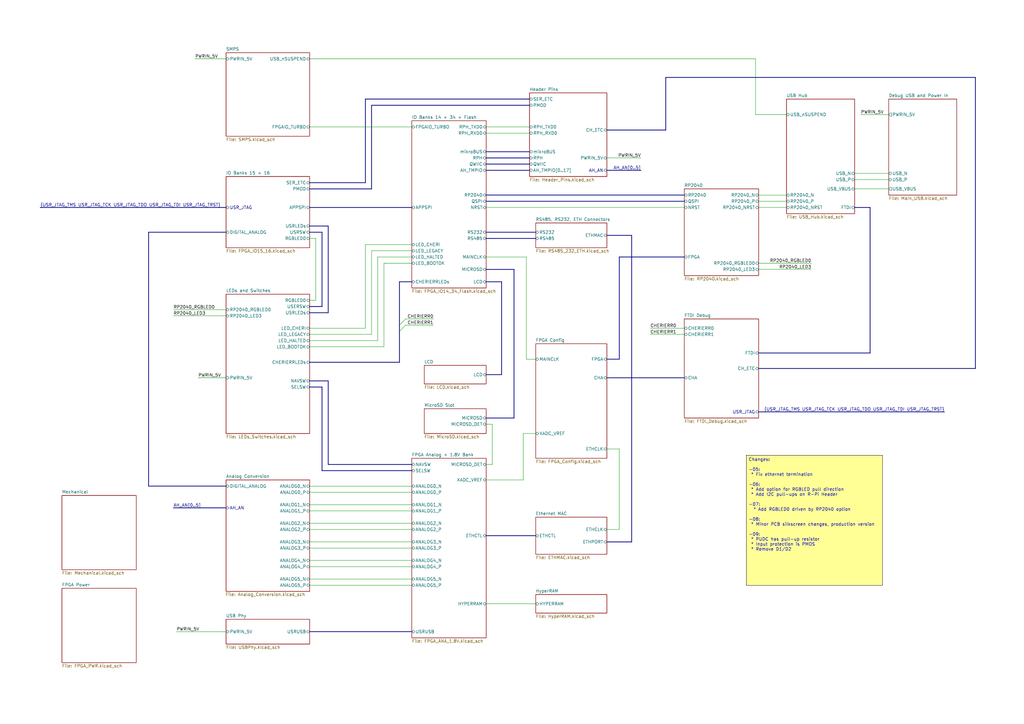
<source format=kicad_sch>
(kicad_sch
	(version 20231120)
	(generator "eeschema")
	(generator_version "8.0")
	(uuid "e7c9b7db-69aa-4c96-995e-e694ce2e3dcf")
	(paper "A3")
	(title_block
		(title "NAE-SONATA-ONE")
		(date "2024-08-16")
		(rev "10")
		(company "NewAE Technology")
		(comment 2 "Apache-2")
	)
	(lib_symbols)
	(bus_entry
		(at 163.83 133.35)
		(size 2.54 -2.54)
		(stroke
			(width 0)
			(type default)
		)
		(uuid "1983c510-b4bf-4c79-84f3-1b385c7a2503")
	)
	(bus_entry
		(at 163.83 135.89)
		(size 2.54 -2.54)
		(stroke
			(width 0)
			(type default)
		)
		(uuid "8cfef203-8499-4962-a116-eb0b608e76e6")
	)
	(wire
		(pts
			(xy 248.92 64.77) (xy 262.89 64.77)
		)
		(stroke
			(width 0)
			(type default)
		)
		(uuid "010261c2-6cc6-461f-b076-a76757557572")
	)
	(bus
		(pts
			(xy 132.08 193.04) (xy 168.91 193.04)
		)
		(stroke
			(width 0)
			(type default)
		)
		(uuid "011fe146-6397-4831-8db5-d854bbd6b55d")
	)
	(bus
		(pts
			(xy 311.15 151.13) (xy 400.05 151.13)
		)
		(stroke
			(width 0)
			(type default)
		)
		(uuid "04517c5d-ee0d-4c12-9f5f-092c748230dd")
	)
	(bus
		(pts
			(xy 254 105.41) (xy 280.67 105.41)
		)
		(stroke
			(width 0)
			(type default)
		)
		(uuid "0707bb39-1294-46d8-b822-a8792fce86aa")
	)
	(bus
		(pts
			(xy 248.92 96.52) (xy 259.08 96.52)
		)
		(stroke
			(width 0)
			(type default)
		)
		(uuid "08d5da8c-b52f-492a-8749-a7957a55d2ae")
	)
	(wire
		(pts
			(xy 81.28 154.94) (xy 92.71 154.94)
		)
		(stroke
			(width 0)
			(type default)
		)
		(uuid "0a81dcb5-8a1e-4d85-bab5-e48c849545ec")
	)
	(bus
		(pts
			(xy 127 128.27) (xy 134.62 128.27)
		)
		(stroke
			(width 0)
			(type default)
		)
		(uuid "0d95e83d-c6b4-49e5-8771-8cf0d3c42ddb")
	)
	(bus
		(pts
			(xy 134.62 92.71) (xy 134.62 128.27)
		)
		(stroke
			(width 0)
			(type default)
		)
		(uuid "101e8bec-f68e-499b-8451-0234483361e3")
	)
	(wire
		(pts
			(xy 166.37 133.35) (xy 177.8 133.35)
		)
		(stroke
			(width 0)
			(type default)
		)
		(uuid "1066f17b-f914-4815-a0fd-5444400de613")
	)
	(wire
		(pts
			(xy 266.7 134.62) (xy 280.67 134.62)
		)
		(stroke
			(width 0)
			(type default)
		)
		(uuid "10742150-4195-41a8-a8e0-319bb5856bea")
	)
	(wire
		(pts
			(xy 248.92 217.17) (xy 254 217.17)
		)
		(stroke
			(width 0)
			(type default)
		)
		(uuid "1432517a-1c35-42ad-be72-ba9eed50b97d")
	)
	(wire
		(pts
			(xy 254 184.15) (xy 254 217.17)
		)
		(stroke
			(width 0)
			(type default)
		)
		(uuid "145f6c70-d498-4caf-9876-39c7366a1666")
	)
	(wire
		(pts
			(xy 71.12 127) (xy 92.71 127)
		)
		(stroke
			(width 0)
			(type default)
		)
		(uuid "1555b86d-89e0-43f4-b5a7-40f5dabd21cf")
	)
	(bus
		(pts
			(xy 199.39 64.77) (xy 217.17 64.77)
		)
		(stroke
			(width 0)
			(type default)
		)
		(uuid "1593be08-38de-49c3-a6b3-03eb3cd27aea")
	)
	(bus
		(pts
			(xy 199.39 80.01) (xy 280.67 80.01)
		)
		(stroke
			(width 0)
			(type default)
		)
		(uuid "15f1ca80-f6e7-4936-9afc-2f71919682ea")
	)
	(bus
		(pts
			(xy 311.15 168.91) (xy 387.35 168.91)
		)
		(stroke
			(width 0)
			(type default)
		)
		(uuid "1a5589bd-cc07-4fa0-86a9-41425e935786")
	)
	(bus
		(pts
			(xy 273.05 31.75) (xy 400.05 31.75)
		)
		(stroke
			(width 0)
			(type default)
		)
		(uuid "1b484b67-242c-4d2c-af59-ba56d01b8a57")
	)
	(bus
		(pts
			(xy 127 74.93) (xy 149.86 74.93)
		)
		(stroke
			(width 0)
			(type default)
		)
		(uuid "1bb9f0f3-ae77-4a78-9def-4a49c5c0ca28")
	)
	(wire
		(pts
			(xy 266.7 137.16) (xy 280.67 137.16)
		)
		(stroke
			(width 0)
			(type default)
		)
		(uuid "1dcc19bd-498a-458f-b176-757d41658ae1")
	)
	(wire
		(pts
			(xy 199.39 173.99) (xy 201.93 173.99)
		)
		(stroke
			(width 0)
			(type default)
		)
		(uuid "1ffdab13-4dc8-41cf-a5ab-4e7400c2caa6")
	)
	(bus
		(pts
			(xy 60.96 95.25) (xy 60.96 199.39)
		)
		(stroke
			(width 0)
			(type default)
		)
		(uuid "2185d577-5137-4a0a-895c-4a0768f088c6")
	)
	(bus
		(pts
			(xy 199.39 82.55) (xy 280.67 82.55)
		)
		(stroke
			(width 0)
			(type default)
		)
		(uuid "26072cba-46f2-486c-b438-4922b47acafc")
	)
	(bus
		(pts
			(xy 248.92 69.85) (xy 262.89 69.85)
		)
		(stroke
			(width 0)
			(type default)
		)
		(uuid "27a36b16-b386-456b-89be-df24d1f72929")
	)
	(wire
		(pts
			(xy 353.06 46.99) (xy 364.49 46.99)
		)
		(stroke
			(width 0)
			(type default)
		)
		(uuid "2b6ec158-2204-4b02-83cd-9176a00c4ecc")
	)
	(wire
		(pts
			(xy 127 139.7) (xy 154.94 139.7)
		)
		(stroke
			(width 0)
			(type default)
		)
		(uuid "2d22e927-24f2-4cc6-a0dc-5c018ab0118a")
	)
	(bus
		(pts
			(xy 127 125.73) (xy 132.08 125.73)
		)
		(stroke
			(width 0)
			(type default)
		)
		(uuid "2dd4453d-8bb7-4f8c-9155-7f58a28f05f3")
	)
	(bus
		(pts
			(xy 163.83 135.89) (xy 163.83 148.59)
		)
		(stroke
			(width 0)
			(type default)
		)
		(uuid "2f1de201-a2b7-4feb-a373-e092c2498c87")
	)
	(wire
		(pts
			(xy 199.39 247.65) (xy 219.71 247.65)
		)
		(stroke
			(width 0)
			(type default)
		)
		(uuid "3460bc08-8694-4ed3-a55b-e3318e17be54")
	)
	(wire
		(pts
			(xy 157.48 107.95) (xy 157.48 142.24)
		)
		(stroke
			(width 0)
			(type default)
		)
		(uuid "3531124b-94e2-48cf-8c8b-64e6ad8e4e6d")
	)
	(wire
		(pts
			(xy 248.92 184.15) (xy 254 184.15)
		)
		(stroke
			(width 0)
			(type default)
		)
		(uuid "3985ce58-c722-4003-a611-c5ae5cdffce2")
	)
	(bus
		(pts
			(xy 152.4 43.18) (xy 152.4 77.47)
		)
		(stroke
			(width 0)
			(type default)
		)
		(uuid "3a04fc58-9b58-4cbc-b069-9ed82f357ce8")
	)
	(wire
		(pts
			(xy 127 52.07) (xy 168.91 52.07)
		)
		(stroke
			(width 0)
			(type default)
		)
		(uuid "3c9e30e8-97f5-4e5e-a63f-6517089e0ade")
	)
	(wire
		(pts
			(xy 350.52 73.66) (xy 364.49 73.66)
		)
		(stroke
			(width 0)
			(type default)
		)
		(uuid "3f7ff06f-5115-4731-92a8-58dc4a82f564")
	)
	(wire
		(pts
			(xy 157.48 107.95) (xy 168.91 107.95)
		)
		(stroke
			(width 0)
			(type default)
		)
		(uuid "43aca617-eee6-4764-b0c6-a909853c1e86")
	)
	(bus
		(pts
			(xy 248.92 154.94) (xy 280.67 154.94)
		)
		(stroke
			(width 0)
			(type default)
		)
		(uuid "43f69016-5718-4f0a-8dd7-bc39135cccb7")
	)
	(wire
		(pts
			(xy 199.39 85.09) (xy 280.67 85.09)
		)
		(stroke
			(width 0)
			(type default)
		)
		(uuid "4b6d56ee-0b8d-4492-93a3-704e2addecb4")
	)
	(bus
		(pts
			(xy 127 92.71) (xy 134.62 92.71)
		)
		(stroke
			(width 0)
			(type default)
		)
		(uuid "4ec26679-6770-43b2-af43-d28bd18358eb")
	)
	(bus
		(pts
			(xy 163.83 115.57) (xy 168.91 115.57)
		)
		(stroke
			(width 0)
			(type default)
		)
		(uuid "4ef0d16a-0a42-4eeb-82e4-dd73d1d128ae")
	)
	(bus
		(pts
			(xy 311.15 144.78) (xy 356.87 144.78)
		)
		(stroke
			(width 0)
			(type default)
		)
		(uuid "50e52749-0c4f-4f97-9614-510259ba0014")
	)
	(wire
		(pts
			(xy 127 237.49) (xy 168.91 237.49)
		)
		(stroke
			(width 0)
			(type default)
		)
		(uuid "521d1fbf-95af-4d76-b445-8ff323468e0d")
	)
	(wire
		(pts
			(xy 127 222.25) (xy 168.91 222.25)
		)
		(stroke
			(width 0)
			(type default)
		)
		(uuid "590b62df-544f-432c-b32b-cc1010b8445e")
	)
	(bus
		(pts
			(xy 199.39 95.25) (xy 219.71 95.25)
		)
		(stroke
			(width 0)
			(type default)
		)
		(uuid "5d3a24b7-9e96-43b0-8561-b2bf12637111")
	)
	(wire
		(pts
			(xy 127 137.16) (xy 152.4 137.16)
		)
		(stroke
			(width 0)
			(type default)
		)
		(uuid "5db850b8-173c-40b2-808a-b52f1c15f9b3")
	)
	(bus
		(pts
			(xy 132.08 158.75) (xy 132.08 193.04)
		)
		(stroke
			(width 0)
			(type default)
		)
		(uuid "602eebe1-8337-472a-8d60-612f2cf1e613")
	)
	(bus
		(pts
			(xy 127 77.47) (xy 152.4 77.47)
		)
		(stroke
			(width 0)
			(type default)
		)
		(uuid "612004d5-6af3-409b-acf2-56fcf5aaf86a")
	)
	(bus
		(pts
			(xy 199.39 69.85) (xy 217.17 69.85)
		)
		(stroke
			(width 0)
			(type default)
		)
		(uuid "62a672cf-aac1-4970-b718-ba9589f69c96")
	)
	(wire
		(pts
			(xy 127 209.55) (xy 168.91 209.55)
		)
		(stroke
			(width 0)
			(type default)
		)
		(uuid "636f2799-5f3a-4c86-ab64-3bdae61be367")
	)
	(wire
		(pts
			(xy 199.39 54.61) (xy 217.17 54.61)
		)
		(stroke
			(width 0)
			(type default)
		)
		(uuid "696e381f-f265-4655-aa05-ae2d06335616")
	)
	(wire
		(pts
			(xy 215.9 147.32) (xy 219.71 147.32)
		)
		(stroke
			(width 0)
			(type default)
		)
		(uuid "69a20061-0167-4b60-aaae-f687a5bbe2ea")
	)
	(bus
		(pts
			(xy 163.83 133.35) (xy 163.83 135.89)
		)
		(stroke
			(width 0)
			(type default)
		)
		(uuid "6c0222a2-3e6f-45d7-8330-85477aea8651")
	)
	(wire
		(pts
			(xy 149.86 100.33) (xy 149.86 134.62)
		)
		(stroke
			(width 0)
			(type default)
		)
		(uuid "6ef629ae-68ec-44f9-977e-39410709bd5f")
	)
	(bus
		(pts
			(xy 199.39 171.45) (xy 210.82 171.45)
		)
		(stroke
			(width 0)
			(type default)
		)
		(uuid "6f893bc4-cf57-43d9-b78b-bab1dc40101b")
	)
	(wire
		(pts
			(xy 311.15 110.49) (xy 332.74 110.49)
		)
		(stroke
			(width 0)
			(type default)
		)
		(uuid "71419a78-ee75-42d3-8ffe-37533ce7ee53")
	)
	(bus
		(pts
			(xy 199.39 153.67) (xy 205.74 153.67)
		)
		(stroke
			(width 0)
			(type default)
		)
		(uuid "7298f2cd-f6d6-499b-a808-6a6f90ef2be1")
	)
	(bus
		(pts
			(xy 127 158.75) (xy 132.08 158.75)
		)
		(stroke
			(width 0)
			(type default)
		)
		(uuid "73edbb2d-ffeb-4d7f-8df2-478aa0e353e7")
	)
	(wire
		(pts
			(xy 201.93 173.99) (xy 201.93 190.5)
		)
		(stroke
			(width 0)
			(type default)
		)
		(uuid "74f59323-f193-48ca-b2b2-596ad4db5a7c")
	)
	(wire
		(pts
			(xy 127 240.03) (xy 168.91 240.03)
		)
		(stroke
			(width 0)
			(type default)
		)
		(uuid "789efde0-51fe-4ce0-ac11-36fa211a93fe")
	)
	(bus
		(pts
			(xy 199.39 110.49) (xy 210.82 110.49)
		)
		(stroke
			(width 0)
			(type default)
		)
		(uuid "7d4e094a-54e5-467a-84e0-e14578cb798e")
	)
	(wire
		(pts
			(xy 214.63 177.8) (xy 219.71 177.8)
		)
		(stroke
			(width 0)
			(type default)
		)
		(uuid "7e907c9a-7d1c-4f48-b300-94a41d5d87f8")
	)
	(wire
		(pts
			(xy 154.94 105.41) (xy 168.91 105.41)
		)
		(stroke
			(width 0)
			(type default)
		)
		(uuid "7fb3ba5a-47b8-4b82-a012-ca03a16b31c5")
	)
	(bus
		(pts
			(xy 248.92 53.34) (xy 273.05 53.34)
		)
		(stroke
			(width 0)
			(type default)
		)
		(uuid "806bfa89-97e4-43d3-8cec-12a4dffae1b0")
	)
	(bus
		(pts
			(xy 127 148.59) (xy 163.83 148.59)
		)
		(stroke
			(width 0)
			(type default)
		)
		(uuid "8304ce8d-a978-4d81-8a84-0698c0b08df7")
	)
	(wire
		(pts
			(xy 199.39 52.07) (xy 217.17 52.07)
		)
		(stroke
			(width 0)
			(type default)
		)
		(uuid "83adbfb1-6384-49af-b878-3ca6fcd5d963")
	)
	(wire
		(pts
			(xy 71.12 129.54) (xy 92.71 129.54)
		)
		(stroke
			(width 0)
			(type default)
		)
		(uuid "85453312-9f7b-458f-9f09-1a4442a6c097")
	)
	(bus
		(pts
			(xy 71.12 208.28) (xy 92.71 208.28)
		)
		(stroke
			(width 0)
			(type default)
		)
		(uuid "8a0829af-45a3-4d65-9519-9482d943f802")
	)
	(bus
		(pts
			(xy 60.96 95.25) (xy 92.71 95.25)
		)
		(stroke
			(width 0)
			(type default)
		)
		(uuid "8bfd0c6b-c8e8-463d-96f6-161f7cc50f67")
	)
	(wire
		(pts
			(xy 350.52 77.47) (xy 364.49 77.47)
		)
		(stroke
			(width 0)
			(type default)
		)
		(uuid "9017a411-192b-44ba-9c76-ba0696bcbc9c")
	)
	(bus
		(pts
			(xy 16.51 85.09) (xy 92.71 85.09)
		)
		(stroke
			(width 0)
			(type default)
		)
		(uuid "901de994-8d29-429a-bf97-f5a34f0fcad8")
	)
	(wire
		(pts
			(xy 72.39 259.08) (xy 92.71 259.08)
		)
		(stroke
			(width 0)
			(type default)
		)
		(uuid "90f9e1e0-86f4-4007-9272-062e4d65b02f")
	)
	(wire
		(pts
			(xy 309.88 24.13) (xy 309.88 46.99)
		)
		(stroke
			(width 0)
			(type default)
		)
		(uuid "92ab57fc-d593-425a-b39e-0a604acbf3da")
	)
	(wire
		(pts
			(xy 215.9 147.32) (xy 215.9 105.41)
		)
		(stroke
			(width 0)
			(type default)
		)
		(uuid "94f5b241-99b8-4896-acab-352592a02ba7")
	)
	(bus
		(pts
			(xy 199.39 115.57) (xy 205.74 115.57)
		)
		(stroke
			(width 0)
			(type default)
		)
		(uuid "970e1299-839a-433b-915b-a27a9a18f36c")
	)
	(wire
		(pts
			(xy 127 201.93) (xy 168.91 201.93)
		)
		(stroke
			(width 0)
			(type default)
		)
		(uuid "9736cda6-64da-4d89-aeff-b0d8bf854646")
	)
	(wire
		(pts
			(xy 154.94 105.41) (xy 154.94 139.7)
		)
		(stroke
			(width 0)
			(type default)
		)
		(uuid "9956574d-fb6f-4208-917b-cd87e9e8edee")
	)
	(wire
		(pts
			(xy 127 232.41) (xy 168.91 232.41)
		)
		(stroke
			(width 0)
			(type default)
		)
		(uuid "9aacc937-e1a5-4d64-9121-7dec4f3dd5a1")
	)
	(wire
		(pts
			(xy 127 123.19) (xy 129.54 123.19)
		)
		(stroke
			(width 0)
			(type default)
		)
		(uuid "9f0ac2b8-b3e3-4462-844c-a1673a459416")
	)
	(bus
		(pts
			(xy 248.92 147.32) (xy 254 147.32)
		)
		(stroke
			(width 0)
			(type default)
		)
		(uuid "a0b75ba8-31ba-4be9-9dd4-6752dd5e2d37")
	)
	(bus
		(pts
			(xy 350.52 85.09) (xy 356.87 85.09)
		)
		(stroke
			(width 0)
			(type default)
		)
		(uuid "a1d4b436-1fd5-4210-97ed-bf89a7a0a82d")
	)
	(wire
		(pts
			(xy 127 224.79) (xy 168.91 224.79)
		)
		(stroke
			(width 0)
			(type default)
		)
		(uuid "a3287457-7e2c-4fb0-b172-b69535ddea95")
	)
	(bus
		(pts
			(xy 127 259.08) (xy 168.91 259.08)
		)
		(stroke
			(width 0)
			(type default)
		)
		(uuid "aa4d6c53-5829-4474-92a1-d891aabdeda7")
	)
	(wire
		(pts
			(xy 166.37 130.81) (xy 177.8 130.81)
		)
		(stroke
			(width 0)
			(type default)
		)
		(uuid "abcb62f5-e3c3-4ebc-bce8-99ff380b1738")
	)
	(bus
		(pts
			(xy 199.39 97.79) (xy 219.71 97.79)
		)
		(stroke
			(width 0)
			(type default)
		)
		(uuid "ae4c161b-d52c-4c1c-a307-6d2f15cb7a7e")
	)
	(wire
		(pts
			(xy 152.4 102.87) (xy 168.91 102.87)
		)
		(stroke
			(width 0)
			(type default)
		)
		(uuid "ae801917-f7ef-4421-aae0-cc10dda33707")
	)
	(wire
		(pts
			(xy 80.01 24.13) (xy 92.71 24.13)
		)
		(stroke
			(width 0)
			(type default)
		)
		(uuid "b11fd19c-ce7c-4248-a709-cf5b0818fb4c")
	)
	(bus
		(pts
			(xy 152.4 43.18) (xy 217.17 43.18)
		)
		(stroke
			(width 0)
			(type default)
		)
		(uuid "b1a59a8a-42f9-439c-a85e-9480b58cec1d")
	)
	(wire
		(pts
			(xy 311.15 85.09) (xy 322.58 85.09)
		)
		(stroke
			(width 0)
			(type default)
		)
		(uuid "b1cf8470-dcb1-4c7f-8242-2854ad19ce5b")
	)
	(wire
		(pts
			(xy 149.86 100.33) (xy 168.91 100.33)
		)
		(stroke
			(width 0)
			(type default)
		)
		(uuid "b2f3cdc4-13c6-43a6-8976-8bee65405595")
	)
	(bus
		(pts
			(xy 60.96 199.39) (xy 92.71 199.39)
		)
		(stroke
			(width 0)
			(type default)
		)
		(uuid "b73f44aa-22b1-40d9-82ba-0b0a4e8e886f")
	)
	(bus
		(pts
			(xy 163.83 115.57) (xy 163.83 133.35)
		)
		(stroke
			(width 0)
			(type default)
		)
		(uuid "b8649d17-7d9f-45bc-8ff5-c6a233f4bb73")
	)
	(bus
		(pts
			(xy 210.82 110.49) (xy 210.82 171.45)
		)
		(stroke
			(width 0)
			(type default)
		)
		(uuid "bbc36d5e-b204-4717-9054-328c3830f79c")
	)
	(bus
		(pts
			(xy 149.86 40.64) (xy 149.86 74.93)
		)
		(stroke
			(width 0)
			(type default)
		)
		(uuid "bd57c3da-37e2-40d6-b947-b33557c7e879")
	)
	(bus
		(pts
			(xy 400.05 31.75) (xy 400.05 151.13)
		)
		(stroke
			(width 0)
			(type default)
		)
		(uuid "bd66d3ea-0af2-4ddc-9044-947c3a6136d2")
	)
	(bus
		(pts
			(xy 134.62 156.21) (xy 134.62 190.5)
		)
		(stroke
			(width 0)
			(type default)
		)
		(uuid "c4f30457-0adf-4b4b-9912-2ee628f13546")
	)
	(wire
		(pts
			(xy 127 199.39) (xy 168.91 199.39)
		)
		(stroke
			(width 0)
			(type default)
		)
		(uuid "c6f98471-0a1d-4b6d-99f8-843b0bc88d21")
	)
	(wire
		(pts
			(xy 127 97.79) (xy 129.54 97.79)
		)
		(stroke
			(width 0)
			(type default)
		)
		(uuid "c8a84cf6-77ea-47db-8e1a-b75e2d6f1f0a")
	)
	(bus
		(pts
			(xy 127 95.25) (xy 132.08 95.25)
		)
		(stroke
			(width 0)
			(type default)
		)
		(uuid "cab46ae3-456f-4752-a179-eb41db870fe6")
	)
	(bus
		(pts
			(xy 259.08 96.52) (xy 259.08 222.25)
		)
		(stroke
			(width 0)
			(type default)
		)
		(uuid "cb189e64-3cd6-4bf0-9470-9f90d0015822")
	)
	(wire
		(pts
			(xy 127 207.01) (xy 168.91 207.01)
		)
		(stroke
			(width 0)
			(type default)
		)
		(uuid "cb353ba1-e269-499a-a62d-3a3224fa081e")
	)
	(bus
		(pts
			(xy 205.74 115.57) (xy 205.74 153.67)
		)
		(stroke
			(width 0)
			(type default)
		)
		(uuid "ce46328f-8316-4797-be90-a47e1ba67efe")
	)
	(wire
		(pts
			(xy 127 134.62) (xy 149.86 134.62)
		)
		(stroke
			(width 0)
			(type default)
		)
		(uuid "cea9cbe1-1384-48a1-b0d5-ca49127df45c")
	)
	(wire
		(pts
			(xy 311.15 82.55) (xy 322.58 82.55)
		)
		(stroke
			(width 0)
			(type default)
		)
		(uuid "d2155f6b-09d8-498d-bf4e-37f3018e53fd")
	)
	(wire
		(pts
			(xy 127 217.17) (xy 168.91 217.17)
		)
		(stroke
			(width 0)
			(type default)
		)
		(uuid "d26be443-f873-460f-9970-bcc80d375d11")
	)
	(wire
		(pts
			(xy 152.4 102.87) (xy 152.4 137.16)
		)
		(stroke
			(width 0)
			(type default)
		)
		(uuid "d6071ebb-c070-4783-ae5d-45defdebab6f")
	)
	(wire
		(pts
			(xy 199.39 196.85) (xy 214.63 196.85)
		)
		(stroke
			(width 0)
			(type default)
		)
		(uuid "d7b5a8a4-edb0-4ffe-99c3-979489175508")
	)
	(bus
		(pts
			(xy 248.92 222.25) (xy 259.08 222.25)
		)
		(stroke
			(width 0)
			(type default)
		)
		(uuid "d93fed2b-aad1-47e6-b0dd-c78b8e0a78b7")
	)
	(wire
		(pts
			(xy 311.15 80.01) (xy 322.58 80.01)
		)
		(stroke
			(width 0)
			(type default)
		)
		(uuid "dbf8c556-3d3f-4d46-8052-474861bf37a0")
	)
	(bus
		(pts
			(xy 134.62 190.5) (xy 168.91 190.5)
		)
		(stroke
			(width 0)
			(type default)
		)
		(uuid "dc37201b-539a-4619-881c-1ca04419a31c")
	)
	(bus
		(pts
			(xy 199.39 219.71) (xy 219.71 219.71)
		)
		(stroke
			(width 0)
			(type default)
		)
		(uuid "dc9d0078-ed50-4886-9531-435ec6f5fc92")
	)
	(wire
		(pts
			(xy 199.39 190.5) (xy 201.93 190.5)
		)
		(stroke
			(width 0)
			(type default)
		)
		(uuid "dd6c9de1-671f-43a2-85ab-cdb24002a79f")
	)
	(wire
		(pts
			(xy 129.54 97.79) (xy 129.54 123.19)
		)
		(stroke
			(width 0)
			(type default)
		)
		(uuid "de5fea61-8b7b-4e0b-95cb-883a22df51a9")
	)
	(wire
		(pts
			(xy 350.52 71.12) (xy 364.49 71.12)
		)
		(stroke
			(width 0)
			(type default)
		)
		(uuid "de848679-92c0-4cf9-aeba-6b413204545c")
	)
	(bus
		(pts
			(xy 273.05 31.75) (xy 273.05 53.34)
		)
		(stroke
			(width 0)
			(type default)
		)
		(uuid "deaab168-797a-4405-b43b-f36bc803cb38")
	)
	(bus
		(pts
			(xy 199.39 62.23) (xy 217.17 62.23)
		)
		(stroke
			(width 0)
			(type default)
		)
		(uuid "dfb0ee4d-112b-40c5-a714-dcac6e879d65")
	)
	(wire
		(pts
			(xy 309.88 24.13) (xy 127 24.13)
		)
		(stroke
			(width 0)
			(type default)
		)
		(uuid "e1345ff1-fcfb-4053-8b60-c7437484cd75")
	)
	(wire
		(pts
			(xy 311.15 107.95) (xy 332.74 107.95)
		)
		(stroke
			(width 0)
			(type default)
		)
		(uuid "e14859ea-4524-455d-a756-9b38a1a6381f")
	)
	(wire
		(pts
			(xy 127 214.63) (xy 168.91 214.63)
		)
		(stroke
			(width 0)
			(type default)
		)
		(uuid "e4fb7f65-d1fd-4a19-9564-9c23d98aa3c3")
	)
	(bus
		(pts
			(xy 127 156.21) (xy 134.62 156.21)
		)
		(stroke
			(width 0)
			(type default)
		)
		(uuid "e867ddcf-411a-421a-a814-1e7f2af29346")
	)
	(wire
		(pts
			(xy 214.63 177.8) (xy 214.63 196.85)
		)
		(stroke
			(width 0)
			(type default)
		)
		(uuid "efbb6694-3e54-4811-9aa1-0123457e6794")
	)
	(wire
		(pts
			(xy 127 142.24) (xy 157.48 142.24)
		)
		(stroke
			(width 0)
			(type default)
		)
		(uuid "f1fa10c4-aae5-4b98-a128-ebd360d08de3")
	)
	(bus
		(pts
			(xy 127 85.09) (xy 168.91 85.09)
		)
		(stroke
			(width 0)
			(type default)
		)
		(uuid "f2813b63-f2ac-4e05-8f9c-e92fa58e87be")
	)
	(wire
		(pts
			(xy 309.88 46.99) (xy 322.58 46.99)
		)
		(stroke
			(width 0)
			(type default)
		)
		(uuid "f39ee779-b564-4f6b-a04b-a71407c066ea")
	)
	(wire
		(pts
			(xy 127 229.87) (xy 168.91 229.87)
		)
		(stroke
			(width 0)
			(type default)
		)
		(uuid "f5973061-9c61-49b5-bfb2-c3f5efbdb84a")
	)
	(bus
		(pts
			(xy 132.08 95.25) (xy 132.08 125.73)
		)
		(stroke
			(width 0)
			(type default)
		)
		(uuid "f9e18a3c-5747-4ba0-9fbf-5842c424c5fc")
	)
	(wire
		(pts
			(xy 215.9 105.41) (xy 199.39 105.41)
		)
		(stroke
			(width 0)
			(type default)
		)
		(uuid "f9e67d36-1bdc-477a-adc9-f089bd9d1167")
	)
	(bus
		(pts
			(xy 199.39 67.31) (xy 217.17 67.31)
		)
		(stroke
			(width 0)
			(type default)
		)
		(uuid "fcb2969e-5c8d-40e6-aee5-05907adf47dd")
	)
	(bus
		(pts
			(xy 356.87 85.09) (xy 356.87 144.78)
		)
		(stroke
			(width 0)
			(type default)
		)
		(uuid "fd292a39-2c2e-4089-bd61-0105197e5951")
	)
	(bus
		(pts
			(xy 149.86 40.64) (xy 217.17 40.64)
		)
		(stroke
			(width 0)
			(type default)
		)
		(uuid "fe170c8f-d9aa-49c5-98f1-fb72b88da0d5")
	)
	(bus
		(pts
			(xy 254 147.32) (xy 254 105.41)
		)
		(stroke
			(width 0)
			(type default)
		)
		(uuid "fe9f0102-db0f-425f-8e3c-cb11ad2edd19")
	)
	(text_box "Changes:\n\n-05:\n * Fix ethernet termination\n\n-06:\n * Add option for RGBLED pull direction\n * Add I2C pull-ups on R-Pi Header\n\n-07:\n  * Add RGBLED0 driven by RP2040 option\n\n-08:\n * Minor PCB silkscreen changes, production version\n\n-09:\n * PUDC has pull-up resistor\n * Input protection is PMOS\n * Remove D1/D2"
		(exclude_from_sim no)
		(at 306.07 186.69 0)
		(size 55.88 53.34)
		(stroke
			(width 0)
			(type default)
			(color 0 0 0 1)
		)
		(fill
			(type color)
			(color 255 255 150 1)
		)
		(effects
			(font
				(size 1.27 1.27)
			)
			(justify left top)
		)
		(uuid "f56fa810-8f42-4ea5-be67-83946b4cd551")
	)
	(label "CHERIERR1"
		(at 177.8 133.35 180)
		(fields_autoplaced yes)
		(effects
			(font
				(size 1.27 1.27)
			)
			(justify right bottom)
		)
		(uuid "024d1f3f-d000-4b89-b7c4-48f25a19d731")
	)
	(label "CHERIERR0"
		(at 266.7 134.62 0)
		(fields_autoplaced yes)
		(effects
			(font
				(size 1.27 1.27)
			)
			(justify left bottom)
		)
		(uuid "252e4ba5-9541-4f25-9e4e-cab56567cb1d")
	)
	(label "CHERIERR0"
		(at 177.8 130.81 180)
		(fields_autoplaced yes)
		(effects
			(font
				(size 1.27 1.27)
			)
			(justify right bottom)
		)
		(uuid "272df4b3-57db-4f06-a001-bf98a636d029")
	)
	(label "AH_AN[0..5]"
		(at 262.89 69.85 180)
		(fields_autoplaced yes)
		(effects
			(font
				(size 1.27 1.27)
			)
			(justify right bottom)
		)
		(uuid "4b6c66bc-8709-4908-b42f-a41e9717560c")
	)
	(label "CHERIERR1"
		(at 266.7 137.16 0)
		(fields_autoplaced yes)
		(effects
			(font
				(size 1.27 1.27)
			)
			(justify left bottom)
		)
		(uuid "4d91b8e2-4e58-4827-9e96-b9f971ca6d93")
	)
	(label "{USR_JTAG_TMS USR_JTAG_TCK USR_JTAG_TDO USR_JTAG_TDI USR_JTAG_TRST}"
		(at 16.51 85.09 0)
		(fields_autoplaced yes)
		(effects
			(font
				(size 1.27 1.27)
			)
			(justify left bottom)
		)
		(uuid "599f1344-ea56-44ac-bb6f-b1f93ada31f6")
	)
	(label "RP2040_RGBLED0"
		(at 71.12 127 0)
		(fields_autoplaced yes)
		(effects
			(font
				(size 1.27 1.27)
			)
			(justify left bottom)
		)
		(uuid "693e3ec8-72c8-4717-8559-5f2e35c26fe2")
	)
	(label "PWRIN_5V"
		(at 353.06 46.99 0)
		(fields_autoplaced yes)
		(effects
			(font
				(size 1.27 1.27)
			)
			(justify left bottom)
		)
		(uuid "6bf15be2-f402-4d38-b710-8956ee1d2dcf")
	)
	(label "PWRIN_5V"
		(at 262.89 64.77 180)
		(fields_autoplaced yes)
		(effects
			(font
				(size 1.27 1.27)
			)
			(justify right bottom)
		)
		(uuid "70678110-941a-4332-af84-1702eed1c0e3")
	)
	(label "AH_AN[0..5]"
		(at 71.12 208.28 0)
		(fields_autoplaced yes)
		(effects
			(font
				(size 1.27 1.27)
			)
			(justify left bottom)
		)
		(uuid "7afebee6-52fb-4b81-992c-59d80384e932")
	)
	(label "RP2040_RGBLED0"
		(at 332.74 107.95 180)
		(fields_autoplaced yes)
		(effects
			(font
				(size 1.27 1.27)
			)
			(justify right bottom)
		)
		(uuid "9a84df4a-5755-4dc8-bffc-904559aae168")
	)
	(label "PWRIN_5V"
		(at 72.39 259.08 0)
		(fields_autoplaced yes)
		(effects
			(font
				(size 1.27 1.27)
			)
			(justify left bottom)
		)
		(uuid "9b66d78e-3261-4c77-b550-447e7230971c")
	)
	(label "RP2040_LED3"
		(at 332.74 110.49 180)
		(fields_autoplaced yes)
		(effects
			(font
				(size 1.27 1.27)
			)
			(justify right bottom)
		)
		(uuid "a98fe61d-4fe1-4ca3-9aff-6662776654bc")
	)
	(label "{USR_JTAG_TMS USR_JTAG_TCK USR_JTAG_TDO USR_JTAG_TDI USR_JTAG_TRST}"
		(at 387.35 168.91 180)
		(fields_autoplaced yes)
		(effects
			(font
				(size 1.27 1.27)
			)
			(justify right bottom)
		)
		(uuid "bc442dd3-0c56-4dab-84ad-6be581cbff8a")
	)
	(label "PWRIN_5V"
		(at 81.28 154.94 0)
		(fields_autoplaced yes)
		(effects
			(font
				(size 1.27 1.27)
			)
			(justify left bottom)
		)
		(uuid "d0cf0d2e-3b46-4d92-b3d7-f1c589517df6")
	)
	(label "PWRIN_5V"
		(at 80.01 24.13 0)
		(fields_autoplaced yes)
		(effects
			(font
				(size 1.27 1.27)
			)
			(justify left bottom)
		)
		(uuid "e1e16c02-1c39-472e-ab65-7499406cb430")
	)
	(label "RP2040_LED3"
		(at 71.12 129.54 0)
		(fields_autoplaced yes)
		(effects
			(font
				(size 1.27 1.27)
			)
			(justify left bottom)
		)
		(uuid "f2364364-d56e-4ddd-b877-a468e588c0a0")
	)
	(sheet
		(at 168.91 49.53)
		(size 30.48 68.58)
		(fields_autoplaced yes)
		(stroke
			(width 0.1524)
			(type solid)
		)
		(fill
			(color 0 0 0 0.0000)
		)
		(uuid "026c3fcf-db44-499b-be06-507db3717cc9")
		(property "Sheetname" "IO Banks 14 + 34 + Flash"
			(at 168.91 48.8184 0)
			(effects
				(font
					(size 1.27 1.27)
				)
				(justify left bottom)
			)
		)
		(property "Sheetfile" "FPGA_IO14_34_Flash.kicad_sch"
			(at 168.91 118.6946 0)
			(effects
				(font
					(size 1.27 1.27)
				)
				(justify left top)
			)
		)
		(pin "RPH_TXD0" bidirectional
			(at 199.39 52.07 0)
			(effects
				(font
					(size 1.27 1.27)
				)
				(justify right)
			)
			(uuid "a344b230-b3d3-48b5-a61c-1b11faa30860")
		)
		(pin "RPH_RXD0" bidirectional
			(at 199.39 54.61 0)
			(effects
				(font
					(size 1.27 1.27)
				)
				(justify right)
			)
			(uuid "2c29b0c8-db8d-4c3d-91d7-8c146f21ce59")
		)
		(pin "MAINCLK" bidirectional
			(at 199.39 105.41 0)
			(effects
				(font
					(size 1.27 1.27)
				)
				(justify right)
			)
			(uuid "130d67fb-8756-4619-b38a-45a638330b38")
		)
		(pin "AH_TMPIO" bidirectional
			(at 199.39 69.85 0)
			(effects
				(font
					(size 1.27 1.27)
				)
				(justify right)
			)
			(uuid "e2e780a1-cf3e-4662-832d-c87bc57dc38f")
		)
		(pin "QSPI" bidirectional
			(at 199.39 82.55 0)
			(effects
				(font
					(size 1.27 1.27)
				)
				(justify right)
			)
			(uuid "f63ce190-b092-43c5-8971-e619aea5b816")
		)
		(pin "NRST" bidirectional
			(at 199.39 85.09 0)
			(effects
				(font
					(size 1.27 1.27)
				)
				(justify right)
			)
			(uuid "10961303-e04d-4d22-bde6-2ec05bbd4e7f")
		)
		(pin "FPGAIO_TURBO" bidirectional
			(at 168.91 52.07 180)
			(effects
				(font
					(size 1.27 1.27)
				)
				(justify left)
			)
			(uuid "b521279a-8cb5-4741-96be-8d9f3de12140")
		)
		(pin "RS232" bidirectional
			(at 199.39 95.25 0)
			(effects
				(font
					(size 1.27 1.27)
				)
				(justify right)
			)
			(uuid "1b289cc5-7dc4-4883-a37d-c63b3ed7f317")
		)
		(pin "RS485" bidirectional
			(at 199.39 97.79 0)
			(effects
				(font
					(size 1.27 1.27)
				)
				(justify right)
			)
			(uuid "aa980fc6-1757-4724-813d-2023857e9257")
		)
		(pin "mikroBUS" bidirectional
			(at 199.39 62.23 0)
			(effects
				(font
					(size 1.27 1.27)
				)
				(justify right)
			)
			(uuid "74c1a84a-238b-4b9d-a220-b5e6750d9e1b")
		)
		(pin "RP2040" bidirectional
			(at 199.39 80.01 0)
			(effects
				(font
					(size 1.27 1.27)
				)
				(justify right)
			)
			(uuid "7a8cf888-134d-408f-9323-fa2ddfbee31b")
		)
		(pin "RPH" bidirectional
			(at 199.39 64.77 0)
			(effects
				(font
					(size 1.27 1.27)
				)
				(justify right)
			)
			(uuid "e1e78184-e79b-4ac6-86f0-d1b6aa79b448")
		)
		(pin "APPSPI" bidirectional
			(at 168.91 85.09 180)
			(effects
				(font
					(size 1.27 1.27)
				)
				(justify left)
			)
			(uuid "4cceceba-2d7c-40ed-add5-e81030d3b311")
		)
		(pin "LCD" bidirectional
			(at 199.39 115.57 0)
			(effects
				(font
					(size 1.27 1.27)
				)
				(justify right)
			)
			(uuid "33821470-c5ca-45d5-b836-b4058c136812")
		)
		(pin "CHERIERRLEDs" bidirectional
			(at 168.91 115.57 180)
			(effects
				(font
					(size 1.27 1.27)
				)
				(justify left)
			)
			(uuid "bbe32f0d-e55e-4c8a-850a-4dae27e59cf6")
		)
		(pin "QWIIC" bidirectional
			(at 199.39 67.31 0)
			(effects
				(font
					(size 1.27 1.27)
				)
				(justify right)
			)
			(uuid "28a8ea27-88d5-4211-b074-055644a9501b")
		)
		(pin "MICROSD" bidirectional
			(at 199.39 110.49 0)
			(effects
				(font
					(size 1.27 1.27)
				)
				(justify right)
			)
			(uuid "56a03ce0-08ae-4d56-9405-347fca4b16a6")
		)
		(pin "LED_HALTED" bidirectional
			(at 168.91 105.41 180)
			(effects
				(font
					(size 1.27 1.27)
				)
				(justify left)
			)
			(uuid "8698cf12-d27d-46ed-8ce5-2d3fdc9c6dfc")
		)
		(pin "LED_CHERI" bidirectional
			(at 168.91 100.33 180)
			(effects
				(font
					(size 1.27 1.27)
				)
				(justify left)
			)
			(uuid "f88fdbc1-f35b-433a-8683-97460bcb65ef")
		)
		(pin "LED_LEGACY" bidirectional
			(at 168.91 102.87 180)
			(effects
				(font
					(size 1.27 1.27)
				)
				(justify left)
			)
			(uuid "2e161b86-90bb-4ebd-8a70-4f3e909d0884")
		)
		(pin "LED_BOOTOK" bidirectional
			(at 168.91 107.95 180)
			(effects
				(font
					(size 1.27 1.27)
				)
				(justify left)
			)
			(uuid "e76a32f7-ec02-4592-b646-b3192512ded4")
		)
		(instances
			(project "SONATA-ONE"
				(path "/e7c9b7db-69aa-4c96-995e-e694ce2e3dcf"
					(page "13")
				)
			)
		)
	)
	(sheet
		(at 280.67 77.47)
		(size 30.48 35.56)
		(fields_autoplaced yes)
		(stroke
			(width 0.1524)
			(type solid)
		)
		(fill
			(color 0 0 0 0.0000)
		)
		(uuid "168e6163-a087-47f1-a37d-9801d4dec010")
		(property "Sheetname" "RP2040"
			(at 280.67 76.7584 0)
			(effects
				(font
					(size 1.27 1.27)
				)
				(justify left bottom)
			)
		)
		(property "Sheetfile" "RP2040.kicad_sch"
			(at 280.67 113.6146 0)
			(effects
				(font
					(size 1.27 1.27)
				)
				(justify left top)
			)
		)
		(pin "FPGA" bidirectional
			(at 280.67 105.41 180)
			(effects
				(font
					(size 1.27 1.27)
				)
				(justify left)
			)
			(uuid "a970b365-1d97-49d9-ad33-77958910805d")
		)
		(pin "RP2040" bidirectional
			(at 280.67 80.01 180)
			(effects
				(font
					(size 1.27 1.27)
				)
				(justify left)
			)
			(uuid "c4046376-aa14-4b4e-9883-1c7825bc9462")
		)
		(pin "QSPI" bidirectional
			(at 280.67 82.55 180)
			(effects
				(font
					(size 1.27 1.27)
				)
				(justify left)
			)
			(uuid "a0cbac08-e655-421a-b08a-2ad8b34838d4")
		)
		(pin "NRST" bidirectional
			(at 280.67 85.09 180)
			(effects
				(font
					(size 1.27 1.27)
				)
				(justify left)
			)
			(uuid "3a6980d7-d279-40e0-80e8-02b6b014c0e2")
		)
		(pin "RP2040_RGBLED0" bidirectional
			(at 311.15 107.95 0)
			(effects
				(font
					(size 1.27 1.27)
				)
				(justify right)
			)
			(uuid "a0992315-6032-40da-8329-c897d3ea0a79")
		)
		(pin "RP2040_LED3" bidirectional
			(at 311.15 110.49 0)
			(effects
				(font
					(size 1.27 1.27)
				)
				(justify right)
			)
			(uuid "c497c1db-7a1f-47ac-a499-522953b687a1")
		)
		(pin "RP2040_NRST" bidirectional
			(at 311.15 85.09 0)
			(effects
				(font
					(size 1.27 1.27)
				)
				(justify right)
			)
			(uuid "27b0d213-7071-4f46-a492-9a3b9f41dbe8")
		)
		(pin "RP2040_N" bidirectional
			(at 311.15 80.01 0)
			(effects
				(font
					(size 1.27 1.27)
				)
				(justify right)
			)
			(uuid "4e05505e-a71d-49dc-8280-e1456dc71d07")
		)
		(pin "RP2040_P" bidirectional
			(at 311.15 82.55 0)
			(effects
				(font
					(size 1.27 1.27)
				)
				(justify right)
			)
			(uuid "aaa694f9-2ea4-4889-9564-f6d371a386ac")
		)
		(instances
			(project "SONATA-ONE"
				(path "/e7c9b7db-69aa-4c96-995e-e694ce2e3dcf"
					(page "6")
				)
			)
		)
	)
	(sheet
		(at 168.91 187.96)
		(size 30.48 73.66)
		(fields_autoplaced yes)
		(stroke
			(width 0.1524)
			(type solid)
		)
		(fill
			(color 0 0 0 0.0000)
		)
		(uuid "1b08b705-de34-4773-b2cf-436827235fae")
		(property "Sheetname" "FPGA Analog + 1.8V Bank"
			(at 168.91 187.2484 0)
			(effects
				(font
					(size 1.27 1.27)
				)
				(justify left bottom)
			)
		)
		(property "Sheetfile" "FPGA_ANA_1.8V.kicad_sch"
			(at 168.91 262.2046 0)
			(effects
				(font
					(size 1.27 1.27)
				)
				(justify left top)
			)
		)
		(pin "ETHCTL" bidirectional
			(at 199.39 219.71 0)
			(effects
				(font
					(size 1.27 1.27)
				)
				(justify right)
			)
			(uuid "23f6c295-78a8-48ed-bac3-ecf5e0f299c7")
		)
		(pin "XADC_VREF" bidirectional
			(at 199.39 196.85 0)
			(effects
				(font
					(size 1.27 1.27)
				)
				(justify right)
			)
			(uuid "1de93e20-151e-4c91-bf74-0358c7dd9828")
		)
		(pin "ANALOG0_N" bidirectional
			(at 168.91 199.39 180)
			(effects
				(font
					(size 1.27 1.27)
				)
				(justify left)
			)
			(uuid "d243cd10-34e3-41f4-8a3d-ca4a8950e491")
		)
		(pin "ANALOG1_P" bidirectional
			(at 168.91 209.55 180)
			(effects
				(font
					(size 1.27 1.27)
				)
				(justify left)
			)
			(uuid "5c802540-5faf-44f8-81fc-1771f4911dcc")
		)
		(pin "ANALOG1_N" bidirectional
			(at 168.91 207.01 180)
			(effects
				(font
					(size 1.27 1.27)
				)
				(justify left)
			)
			(uuid "23c6e705-355a-4139-8d15-35bf25947f71")
		)
		(pin "ANALOG2_P" bidirectional
			(at 168.91 217.17 180)
			(effects
				(font
					(size 1.27 1.27)
				)
				(justify left)
			)
			(uuid "6072c2a4-9cab-492f-8964-9155ddca8230")
		)
		(pin "ANALOG0_P" bidirectional
			(at 168.91 201.93 180)
			(effects
				(font
					(size 1.27 1.27)
				)
				(justify left)
			)
			(uuid "8344f84b-084f-46ea-8404-f554c74e1c7a")
		)
		(pin "ANALOG2_N" bidirectional
			(at 168.91 214.63 180)
			(effects
				(font
					(size 1.27 1.27)
				)
				(justify left)
			)
			(uuid "47efb336-2cbc-4245-924e-ecdc26f4b5de")
		)
		(pin "ANALOG3_P" bidirectional
			(at 168.91 224.79 180)
			(effects
				(font
					(size 1.27 1.27)
				)
				(justify left)
			)
			(uuid "6564182e-ae6b-458c-8bc6-060e289235d2")
		)
		(pin "ANALOG3_N" bidirectional
			(at 168.91 222.25 180)
			(effects
				(font
					(size 1.27 1.27)
				)
				(justify left)
			)
			(uuid "dbeb8311-700a-4450-9436-ecdfd6920a10")
		)
		(pin "ANALOG5_N" bidirectional
			(at 168.91 237.49 180)
			(effects
				(font
					(size 1.27 1.27)
				)
				(justify left)
			)
			(uuid "8b4a37f5-d552-49f5-8a03-34fe1796f4a2")
		)
		(pin "ANALOG5_P" bidirectional
			(at 168.91 240.03 180)
			(effects
				(font
					(size 1.27 1.27)
				)
				(justify left)
			)
			(uuid "4bb4a216-a7f4-4339-a09e-8a0acf0194aa")
		)
		(pin "ANALOG4_N" bidirectional
			(at 168.91 229.87 180)
			(effects
				(font
					(size 1.27 1.27)
				)
				(justify left)
			)
			(uuid "6545b65c-eb91-42e2-aa4c-e425c70302b5")
		)
		(pin "ANALOG4_P" bidirectional
			(at 168.91 232.41 180)
			(effects
				(font
					(size 1.27 1.27)
				)
				(justify left)
			)
			(uuid "d63ca32f-aa56-4678-aab0-a48b060ad9f9")
		)
		(pin "MICROSD_DET" bidirectional
			(at 199.39 190.5 0)
			(effects
				(font
					(size 1.27 1.27)
				)
				(justify right)
			)
			(uuid "8e228f7a-ff93-4ea7-bff4-10fe1db4c8aa")
		)
		(pin "HYPERRAM" bidirectional
			(at 199.39 247.65 0)
			(effects
				(font
					(size 1.27 1.27)
				)
				(justify right)
			)
			(uuid "fc653808-b84a-48b4-8bcd-d237dfa625c3")
		)
		(pin "USRUSB" bidirectional
			(at 168.91 259.08 180)
			(effects
				(font
					(size 1.27 1.27)
				)
				(justify left)
			)
			(uuid "9c94e31b-33c7-41d2-85f4-745e9ba0bb5a")
		)
		(pin "NAVSW" bidirectional
			(at 168.91 190.5 180)
			(effects
				(font
					(size 1.27 1.27)
				)
				(justify left)
			)
			(uuid "90041d52-f427-4b43-b84f-1391f9130347")
		)
		(pin "SELSW" bidirectional
			(at 168.91 193.04 180)
			(effects
				(font
					(size 1.27 1.27)
				)
				(justify left)
			)
			(uuid "796c89fa-34ea-44d6-a42a-1a18c9cbe048")
		)
		(instances
			(project "SONATA-ONE"
				(path "/e7c9b7db-69aa-4c96-995e-e694ce2e3dcf"
					(page "16")
				)
			)
		)
	)
	(sheet
		(at 322.58 40.64)
		(size 27.94 46.99)
		(fields_autoplaced yes)
		(stroke
			(width 0.1524)
			(type solid)
		)
		(fill
			(color 0 0 0 0.0000)
		)
		(uuid "1f088b25-c1bd-4ecd-9890-81ab13ac5b52")
		(property "Sheetname" "USB Hub"
			(at 322.58 39.9284 0)
			(effects
				(font
					(size 1.27 1.27)
				)
				(justify left bottom)
			)
		)
		(property "Sheetfile" "USB_Hub.kicad_sch"
			(at 322.58 88.2146 0)
			(effects
				(font
					(size 1.27 1.27)
				)
				(justify left top)
			)
		)
		(pin "USB_nSUSPEND" bidirectional
			(at 322.58 46.99 180)
			(effects
				(font
					(size 1.27 1.27)
				)
				(justify left)
			)
			(uuid "25f7a7af-e8df-4115-ac38-efabb86cf755")
		)
		(pin "RP2040_NRST" bidirectional
			(at 322.58 85.09 180)
			(effects
				(font
					(size 1.27 1.27)
				)
				(justify left)
			)
			(uuid "cbb48fdf-7ab2-42a4-a474-f24388f97d45")
		)
		(pin "USB_P" bidirectional
			(at 350.52 73.66 0)
			(effects
				(font
					(size 1.27 1.27)
				)
				(justify right)
			)
			(uuid "3b283e12-bdd9-4899-93e1-0b5c3ba25404")
		)
		(pin "RP2040_P" bidirectional
			(at 322.58 82.55 180)
			(effects
				(font
					(size 1.27 1.27)
				)
				(justify left)
			)
			(uuid "8d5ef887-a49a-44de-8d79-3d3d53fb2f98")
		)
		(pin "RP2040_N" bidirectional
			(at 322.58 80.01 180)
			(effects
				(font
					(size 1.27 1.27)
				)
				(justify left)
			)
			(uuid "289c9942-5a21-46d6-b184-4ba900033156")
		)
		(pin "USB_N" bidirectional
			(at 350.52 71.12 0)
			(effects
				(font
					(size 1.27 1.27)
				)
				(justify right)
			)
			(uuid "55e8869a-1021-484f-a6a0-cdcc32d5373d")
		)
		(pin "USB_VBUS" bidirectional
			(at 350.52 77.47 0)
			(effects
				(font
					(size 1.27 1.27)
				)
				(justify right)
			)
			(uuid "24f4b873-b82e-42f4-be09-e01b311b956c")
		)
		(pin "FTDI" bidirectional
			(at 350.52 85.09 0)
			(effects
				(font
					(size 1.27 1.27)
				)
				(justify right)
			)
			(uuid "f377f7d3-e72f-4694-9735-fc04d9bdea51")
		)
		(instances
			(project "SONATA-ONE"
				(path "/e7c9b7db-69aa-4c96-995e-e694ce2e3dcf"
					(page "4")
				)
			)
		)
	)
	(sheet
		(at 280.67 130.81)
		(size 30.48 40.64)
		(fields_autoplaced yes)
		(stroke
			(width 0.1524)
			(type solid)
		)
		(fill
			(color 0 0 0 0.0000)
		)
		(uuid "3168eee3-d240-4660-a5a1-42b7a4b80d24")
		(property "Sheetname" "FTDI Debug"
			(at 280.67 130.0984 0)
			(effects
				(font
					(size 1.27 1.27)
				)
				(justify left bottom)
			)
		)
		(property "Sheetfile" "FTDI_Debug.kicad_sch"
			(at 280.67 172.0346 0)
			(effects
				(font
					(size 1.27 1.27)
				)
				(justify left top)
			)
		)
		(pin "FTDI" bidirectional
			(at 311.15 144.78 0)
			(effects
				(font
					(size 1.27 1.27)
				)
				(justify right)
			)
			(uuid "909a6751-4a11-48dd-8a2d-f6055ced565a")
		)
		(pin "USR_JTAG" bidirectional
			(at 311.15 168.91 0)
			(effects
				(font
					(size 1.27 1.27)
				)
				(justify right)
			)
			(uuid "801fec23-6b53-4e03-ba2a-d92119cd7183")
		)
		(pin "CH_ETC" bidirectional
			(at 311.15 151.13 0)
			(effects
				(font
					(size 1.27 1.27)
				)
				(justify right)
			)
			(uuid "e21e720a-8cb0-4fac-8f12-55712f70c23f")
		)
		(pin "CHA" bidirectional
			(at 280.67 154.94 180)
			(effects
				(font
					(size 1.27 1.27)
				)
				(justify left)
			)
			(uuid "bb60d9d9-f093-4960-ac0c-e3b3a53a3446")
		)
		(pin "CHERIERR0" bidirectional
			(at 280.67 134.62 180)
			(effects
				(font
					(size 1.27 1.27)
				)
				(justify left)
			)
			(uuid "9b427cf4-bcd6-4a08-9b21-7c798e88321a")
		)
		(pin "CHERIERR1" bidirectional
			(at 280.67 137.16 180)
			(effects
				(font
					(size 1.27 1.27)
				)
				(justify left)
			)
			(uuid "bd0c65ad-85dd-4f41-be85-f5a23783627f")
		)
		(instances
			(project "SONATA-ONE"
				(path "/e7c9b7db-69aa-4c96-995e-e694ce2e3dcf"
					(page "8")
				)
			)
		)
	)
	(sheet
		(at 219.71 140.97)
		(size 29.21 46.99)
		(fields_autoplaced yes)
		(stroke
			(width 0.1524)
			(type solid)
		)
		(fill
			(color 0 0 0 0.0000)
		)
		(uuid "3cb6f269-0c7d-4a47-8198-5810c37761d6")
		(property "Sheetname" "FPGA Config"
			(at 219.71 140.2584 0)
			(effects
				(font
					(size 1.27 1.27)
				)
				(justify left bottom)
			)
		)
		(property "Sheetfile" "FPGA_Config.kicad_sch"
			(at 219.71 188.5446 0)
			(effects
				(font
					(size 1.27 1.27)
				)
				(justify left top)
			)
		)
		(pin "FPGA" bidirectional
			(at 248.92 147.32 0)
			(effects
				(font
					(size 1.27 1.27)
				)
				(justify right)
			)
			(uuid "4ca3176d-8c82-44ab-ab27-cce44e437b91")
		)
		(pin "XADC_VREF" bidirectional
			(at 219.71 177.8 180)
			(effects
				(font
					(size 1.27 1.27)
				)
				(justify left)
			)
			(uuid "875568b9-894c-47a2-a3a2-a31d01046025")
		)
		(pin "CHA" bidirectional
			(at 248.92 154.94 0)
			(effects
				(font
					(size 1.27 1.27)
				)
				(justify right)
			)
			(uuid "d1dce798-2669-4f23-b113-ef0ab1a96791")
		)
		(pin "ETHCLK" bidirectional
			(at 248.92 184.15 0)
			(effects
				(font
					(size 1.27 1.27)
				)
				(justify right)
			)
			(uuid "dba77f98-a29b-4861-82c1-cb7dacf8ca39")
		)
		(pin "MAINCLK" bidirectional
			(at 219.71 147.32 180)
			(effects
				(font
					(size 1.27 1.27)
				)
				(justify left)
			)
			(uuid "177e8e01-57d9-4b93-a777-b4a72c7989cf")
		)
		(instances
			(project "SONATA-ONE"
				(path "/e7c9b7db-69aa-4c96-995e-e694ce2e3dcf"
					(page "12")
				)
			)
		)
	)
	(sheet
		(at 25.4 203.2)
		(size 30.48 30.48)
		(fields_autoplaced yes)
		(stroke
			(width 0.1524)
			(type solid)
		)
		(fill
			(color 0 0 0 0.0000)
		)
		(uuid "3cef9bb3-ee65-4fec-8702-3f1c6ea3e194")
		(property "Sheetname" "Mechanical"
			(at 25.4 202.4884 0)
			(effects
				(font
					(size 1.27 1.27)
				)
				(justify left bottom)
			)
		)
		(property "Sheetfile" "Mechanical.kicad_sch"
			(at 25.4 234.2646 0)
			(effects
				(font
					(size 1.27 1.27)
				)
				(justify left top)
			)
		)
		(instances
			(project "SONATA-ONE"
				(path "/e7c9b7db-69aa-4c96-995e-e694ce2e3dcf"
					(page "2")
				)
			)
		)
	)
	(sheet
		(at 92.71 120.65)
		(size 34.29 57.15)
		(fields_autoplaced yes)
		(stroke
			(width 0.1524)
			(type solid)
		)
		(fill
			(color 0 0 0 0.0000)
		)
		(uuid "430a53b7-ee53-4265-90db-2e1c4b1da513")
		(property "Sheetname" "LEDs and Switches"
			(at 92.71 119.9384 0)
			(effects
				(font
					(size 1.27 1.27)
				)
				(justify left bottom)
			)
		)
		(property "Sheetfile" "LEDs_Switches.kicad_sch"
			(at 92.71 178.3846 0)
			(effects
				(font
					(size 1.27 1.27)
				)
				(justify left top)
			)
		)
		(pin "USRLEDs" bidirectional
			(at 127 128.27 0)
			(effects
				(font
					(size 1.27 1.27)
				)
				(justify right)
			)
			(uuid "99225205-84e6-4b44-b80b-c5b20009b9c7")
		)
		(pin "RGBLED0" bidirectional
			(at 127 123.19 0)
			(effects
				(font
					(size 1.27 1.27)
				)
				(justify right)
			)
			(uuid "9a3dd46e-bb06-4c21-887e-96d08b04b801")
		)
		(pin "RP2040_RGBLED0" bidirectional
			(at 92.71 127 180)
			(effects
				(font
					(size 1.27 1.27)
				)
				(justify left)
			)
			(uuid "f0af1c07-99f0-49aa-a41a-cacc4bcdb5a4")
		)
		(pin "USERSW" bidirectional
			(at 127 125.73 0)
			(effects
				(font
					(size 1.27 1.27)
				)
				(justify right)
			)
			(uuid "e7805eea-1f86-4b34-b177-b4d90fca9f7e")
		)
		(pin "LED_BOOTOK" bidirectional
			(at 127 142.24 0)
			(effects
				(font
					(size 1.27 1.27)
				)
				(justify right)
			)
			(uuid "0cb196f8-1bbb-4012-85b7-fa656701327b")
		)
		(pin "RP2040_LED3" bidirectional
			(at 92.71 129.54 180)
			(effects
				(font
					(size 1.27 1.27)
				)
				(justify left)
			)
			(uuid "c8b26dd8-6a07-43d9-8591-da42096f0123")
		)
		(pin "LED_HALTED" bidirectional
			(at 127 139.7 0)
			(effects
				(font
					(size 1.27 1.27)
				)
				(justify right)
			)
			(uuid "b4f51a13-dc78-4ac6-b8ab-430aa94eb93b")
		)
		(pin "SELSW" bidirectional
			(at 127 158.75 0)
			(effects
				(font
					(size 1.27 1.27)
				)
				(justify right)
			)
			(uuid "75e54e90-4095-4d5b-ba93-78a30c96735e")
		)
		(pin "NAVSW" bidirectional
			(at 127 156.21 0)
			(effects
				(font
					(size 1.27 1.27)
				)
				(justify right)
			)
			(uuid "42ba62c4-8b78-4d1c-8226-106cc9f4765f")
		)
		(pin "LED_LEGACY" bidirectional
			(at 127 137.16 0)
			(effects
				(font
					(size 1.27 1.27)
				)
				(justify right)
			)
			(uuid "cff2e000-fbdb-4d9b-8366-9798fd2bc81b")
		)
		(pin "LED_CHERI" bidirectional
			(at 127 134.62 0)
			(effects
				(font
					(size 1.27 1.27)
				)
				(justify right)
			)
			(uuid "aab905ef-5995-4343-acd6-3f4cc21da49d")
		)
		(pin "PWRIN_5V" input
			(at 92.71 154.94 180)
			(effects
				(font
					(size 1.27 1.27)
				)
				(justify left)
			)
			(uuid "f83761bf-c2ac-45bb-9c50-c639deba54be")
		)
		(pin "CHERIERRLEDs" bidirectional
			(at 127 148.59 0)
			(effects
				(font
					(size 1.27 1.27)
				)
				(justify right)
			)
			(uuid "21880b9c-16d0-4831-bff8-a2bb9b9e607b")
		)
		(instances
			(project "SONATA-ONE"
				(path "/e7c9b7db-69aa-4c96-995e-e694ce2e3dcf"
					(page "9")
				)
			)
		)
	)
	(sheet
		(at 92.71 196.85)
		(size 34.29 45.72)
		(stroke
			(width 0.1524)
			(type solid)
		)
		(fill
			(color 0 0 0 0.0000)
		)
		(uuid "4a9a9182-7d24-4364-b852-78e06c69ddf1")
		(property "Sheetname" "Analog Conversion"
			(at 92.71 196.088 0)
			(effects
				(font
					(size 1.27 1.27)
				)
				(justify left bottom)
			)
		)
		(property "Sheetfile" "Analog_Conversion.kicad_sch"
			(at 92.456 243.078 0)
			(effects
				(font
					(size 1.27 1.27)
				)
				(justify left top)
			)
		)
		(pin "ANALOG3_N" bidirectional
			(at 127 222.25 0)
			(effects
				(font
					(size 1.27 1.27)
				)
				(justify right)
			)
			(uuid "f5c569d1-51a2-42a4-b9c5-84b8f8caf973")
		)
		(pin "ANALOG3_P" bidirectional
			(at 127 224.79 0)
			(effects
				(font
					(size 1.27 1.27)
				)
				(justify right)
			)
			(uuid "6bea6ef6-c745-42b0-be67-d8e6ac1dc0b4")
		)
		(pin "ANALOG2_N" bidirectional
			(at 127 214.63 0)
			(effects
				(font
					(size 1.27 1.27)
				)
				(justify right)
			)
			(uuid "cb793c19-c5e2-4152-9f0b-54c5b52126e2")
		)
		(pin "ANALOG1_P" bidirectional
			(at 127 209.55 0)
			(effects
				(font
					(size 1.27 1.27)
				)
				(justify right)
			)
			(uuid "67b9a5ac-e7d3-46d8-bacc-f168080f98c8")
		)
		(pin "ANALOG2_P" bidirectional
			(at 127 217.17 0)
			(effects
				(font
					(size 1.27 1.27)
				)
				(justify right)
			)
			(uuid "ff7825fe-1450-4b3a-92df-70fd68e5665a")
		)
		(pin "ANALOG1_N" bidirectional
			(at 127 207.01 0)
			(effects
				(font
					(size 1.27 1.27)
				)
				(justify right)
			)
			(uuid "31b8e109-71ee-44d3-b8cd-35901b38a75f")
		)
		(pin "ANALOG0_N" bidirectional
			(at 127 199.39 0)
			(effects
				(font
					(size 1.27 1.27)
				)
				(justify right)
			)
			(uuid "b423d235-6b7e-45e5-8142-02aecfbe6621")
		)
		(pin "ANALOG0_P" bidirectional
			(at 127 201.93 0)
			(effects
				(font
					(size 1.27 1.27)
				)
				(justify right)
			)
			(uuid "47ced8bb-75d3-46fd-98ff-271b8810e86e")
		)
		(pin "ANALOG5_N" bidirectional
			(at 127 237.49 0)
			(effects
				(font
					(size 1.27 1.27)
				)
				(justify right)
			)
			(uuid "e866036f-53f2-47f3-a721-ce6631778420")
		)
		(pin "ANALOG5_P" bidirectional
			(at 127 240.03 0)
			(effects
				(font
					(size 1.27 1.27)
				)
				(justify right)
			)
			(uuid "0e29d4f7-07a5-4b98-9f96-831be08aa68d")
		)
		(pin "ANALOG4_N" bidirectional
			(at 127 229.87 0)
			(effects
				(font
					(size 1.27 1.27)
				)
				(justify right)
			)
			(uuid "654b9667-7844-4cd7-b85b-c5a78cab5ae9")
		)
		(pin "ANALOG4_P" bidirectional
			(at 127 232.41 0)
			(effects
				(font
					(size 1.27 1.27)
				)
				(justify right)
			)
			(uuid "89cc7b0d-1801-4196-b249-e72537d947c9")
		)
		(pin "DIGITAL_ANALOG" bidirectional
			(at 92.71 199.39 180)
			(effects
				(font
					(size 1.27 1.27)
				)
				(justify left)
			)
			(uuid "795a4986-61a3-4c87-a691-83b08f84dccd")
		)
		(pin "AH_AN" bidirectional
			(at 92.71 208.28 180)
			(effects
				(font
					(size 1.27 1.27)
				)
				(justify left)
			)
			(uuid "8b9dcb15-edde-4f69-b6d2-e020d38584fc")
		)
		(instances
			(project "SONATA-ONE"
				(path "/e7c9b7db-69aa-4c96-995e-e694ce2e3dcf"
					(page "17")
				)
			)
		)
	)
	(sheet
		(at 217.17 38.1)
		(size 31.75 34.29)
		(fields_autoplaced yes)
		(stroke
			(width 0.1524)
			(type solid)
		)
		(fill
			(color 0 0 0 0.0000)
		)
		(uuid "59c4ccb9-cfc6-4ef7-b386-6ed1f8de6a07")
		(property "Sheetname" "Header Pins"
			(at 217.17 37.3884 0)
			(effects
				(font
					(size 1.27 1.27)
				)
				(justify left bottom)
			)
		)
		(property "Sheetfile" "Header_Pins.kicad_sch"
			(at 217.17 72.9746 0)
			(effects
				(font
					(size 1.27 1.27)
				)
				(justify left top)
			)
		)
		(pin "PWRIN_5V" bidirectional
			(at 248.92 64.77 0)
			(effects
				(font
					(size 1.27 1.27)
				)
				(justify right)
			)
			(uuid "a6bf3f81-55ee-4b36-88d4-a14d4d11da9b")
		)
		(pin "RPH_TXD0" bidirectional
			(at 217.17 52.07 180)
			(effects
				(font
					(size 1.27 1.27)
				)
				(justify left)
			)
			(uuid "1f84d53a-2893-4b80-8b36-1bb15bd44771")
		)
		(pin "RPH_RXD0" bidirectional
			(at 217.17 54.61 180)
			(effects
				(font
					(size 1.27 1.27)
				)
				(justify left)
			)
			(uuid "0991e194-fc43-4f3f-b8a6-888cca4b5047")
		)
		(pin "AH_TMPIO[0..17]" bidirectional
			(at 217.17 69.85 180)
			(effects
				(font
					(size 1.27 1.27)
				)
				(justify left)
			)
			(uuid "4a331745-d9ec-43ab-8acf-42287f4ee826")
		)
		(pin "SER_ETC" bidirectional
			(at 217.17 40.64 180)
			(effects
				(font
					(size 1.27 1.27)
				)
				(justify left)
			)
			(uuid "04c0ffaf-67e2-4ace-9601-fa33b28d90c2")
		)
		(pin "CH_ETC" bidirectional
			(at 248.92 53.34 0)
			(effects
				(font
					(size 1.27 1.27)
				)
				(justify right)
			)
			(uuid "336014c4-27ec-4b00-9b12-8ab4cb202a10")
		)
		(pin "QWIIC" bidirectional
			(at 217.17 67.31 180)
			(effects
				(font
					(size 1.27 1.27)
				)
				(justify left)
			)
			(uuid "8b5a53ad-4d5c-4322-8ef9-0d3330fb77ef")
		)
		(pin "RPH" bidirectional
			(at 217.17 64.77 180)
			(effects
				(font
					(size 1.27 1.27)
				)
				(justify left)
			)
			(uuid "95e8c2a5-dc83-4bd1-b31a-2194423623a1")
		)
		(pin "mikroBUS" bidirectional
			(at 217.17 62.23 180)
			(effects
				(font
					(size 1.27 1.27)
				)
				(justify left)
			)
			(uuid "ce3b0ab5-1787-401b-94e6-b1edccb382f9")
		)
		(pin "AH_AN" bidirectional
			(at 248.92 69.85 0)
			(effects
				(font
					(size 1.27 1.27)
				)
				(justify right)
			)
			(uuid "dd97b944-9a29-460a-a349-ad3912ef1183")
		)
		(pin "PMOD" bidirectional
			(at 217.17 43.18 180)
			(effects
				(font
					(size 1.27 1.27)
				)
				(justify left)
			)
			(uuid "8ce5174e-8747-4cea-aa0b-bcd33221eb7c")
		)
		(instances
			(project "SONATA-ONE"
				(path "/e7c9b7db-69aa-4c96-995e-e694ce2e3dcf"
					(page "5")
				)
			)
		)
	)
	(sheet
		(at 92.71 254)
		(size 34.29 10.16)
		(fields_autoplaced yes)
		(stroke
			(width 0.1524)
			(type solid)
		)
		(fill
			(color 0 0 0 0.0000)
		)
		(uuid "6a068e36-b913-4ef6-a709-68856484fdb6")
		(property "Sheetname" "USB Phy"
			(at 92.71 253.2884 0)
			(effects
				(font
					(size 1.27 1.27)
				)
				(justify left bottom)
			)
		)
		(property "Sheetfile" "USBPhy.kicad_sch"
			(at 92.71 264.7446 0)
			(effects
				(font
					(size 1.27 1.27)
				)
				(justify left top)
			)
		)
		(pin "USRUSB" bidirectional
			(at 127 259.08 0)
			(effects
				(font
					(size 1.27 1.27)
				)
				(justify right)
			)
			(uuid "c5e31efb-53b0-4b29-a22e-fa104d19da82")
		)
		(pin "PWRIN_5V" bidirectional
			(at 92.71 259.08 180)
			(effects
				(font
					(size 1.27 1.27)
				)
				(justify left)
			)
			(uuid "2bbf9ad8-8ebb-4d24-932d-9df1b92729b8")
		)
		(instances
			(project "SONATA-ONE"
				(path "/e7c9b7db-69aa-4c96-995e-e694ce2e3dcf"
					(page "19")
				)
			)
		)
	)
	(sheet
		(at 219.71 91.44)
		(size 29.21 10.16)
		(fields_autoplaced yes)
		(stroke
			(width 0.1524)
			(type solid)
		)
		(fill
			(color 0 0 0 0.0000)
		)
		(uuid "7937d6ae-ca8b-45d4-9683-014a1bbdc6c7")
		(property "Sheetname" "RS485, RS232, ETH Connectors"
			(at 219.71 90.7284 0)
			(effects
				(font
					(size 1.27 1.27)
				)
				(justify left bottom)
			)
		)
		(property "Sheetfile" "RS485_232_ETH.kicad_sch"
			(at 219.71 102.1846 0)
			(effects
				(font
					(size 1.27 1.27)
				)
				(justify left top)
			)
		)
		(pin "RS232" bidirectional
			(at 219.71 95.25 180)
			(effects
				(font
					(size 1.27 1.27)
				)
				(justify left)
			)
			(uuid "17ee83f6-36db-4dcf-bbf2-5ffc243a179f")
		)
		(pin "ETHMAC" bidirectional
			(at 248.92 96.52 0)
			(effects
				(font
					(size 1.27 1.27)
				)
				(justify right)
			)
			(uuid "032504e2-1588-49c8-92a8-ec1d895a962e")
		)
		(pin "RS485" bidirectional
			(at 219.71 97.79 180)
			(effects
				(font
					(size 1.27 1.27)
				)
				(justify left)
			)
			(uuid "648f87c6-3af8-4a18-95a6-7250ea8e59ff")
		)
		(instances
			(project "SONATA-ONE"
				(path "/e7c9b7db-69aa-4c96-995e-e694ce2e3dcf"
					(page "7")
				)
			)
		)
	)
	(sheet
		(at 364.49 40.64)
		(size 27.94 39.37)
		(fields_autoplaced yes)
		(stroke
			(width 0.1524)
			(type solid)
		)
		(fill
			(color 0 0 0 0.0000)
		)
		(uuid "7f0e0365-ab03-46c8-a501-91ffcf04aaeb")
		(property "Sheetname" "Debug USB and Power In"
			(at 364.49 39.9284 0)
			(effects
				(font
					(size 1.27 1.27)
				)
				(justify left bottom)
			)
		)
		(property "Sheetfile" "Main_USB.kicad_sch"
			(at 364.49 80.5946 0)
			(effects
				(font
					(size 1.27 1.27)
				)
				(justify left top)
			)
		)
		(pin "USB_N" bidirectional
			(at 364.49 71.12 180)
			(effects
				(font
					(size 1.27 1.27)
				)
				(justify left)
			)
			(uuid "fe934f2d-216d-4192-830f-ddd338f61e77")
		)
		(pin "USB_P" bidirectional
			(at 364.49 73.66 180)
			(effects
				(font
					(size 1.27 1.27)
				)
				(justify left)
			)
			(uuid "e0b59bf1-376b-46f8-8776-86ea3fcb5091")
		)
		(pin "USB_VBUS" output
			(at 364.49 77.47 180)
			(effects
				(font
					(size 1.27 1.27)
				)
				(justify left)
			)
			(uuid "e9dc9dcb-53cb-4aa0-95a7-be1af67e3704")
		)
		(pin "PWRIN_5V" output
			(at 364.49 46.99 180)
			(effects
				(font
					(size 1.27 1.27)
				)
				(justify left)
			)
			(uuid "b2c6d291-d52c-47d0-8cdd-c5cf88fd36be")
		)
		(instances
			(project "SONATA-ONE"
				(path "/e7c9b7db-69aa-4c96-995e-e694ce2e3dcf"
					(page "3")
				)
			)
		)
	)
	(sheet
		(at 219.71 212.09)
		(size 29.21 15.24)
		(fields_autoplaced yes)
		(stroke
			(width 0.1524)
			(type solid)
		)
		(fill
			(color 0 0 0 0.0000)
		)
		(uuid "90404ece-d271-48c3-b5ed-1b4b91a859d0")
		(property "Sheetname" "Ethernet MAC"
			(at 219.71 211.3784 0)
			(effects
				(font
					(size 1.27 1.27)
				)
				(justify left bottom)
			)
		)
		(property "Sheetfile" "ETHMAC.kicad_sch"
			(at 219.71 227.9146 0)
			(effects
				(font
					(size 1.27 1.27)
				)
				(justify left top)
			)
		)
		(pin "ETHCTL" bidirectional
			(at 219.71 219.71 180)
			(effects
				(font
					(size 1.27 1.27)
				)
				(justify left)
			)
			(uuid "f85572f2-3018-4a70-a72d-898305191632")
		)
		(pin "ETHPORT" bidirectional
			(at 248.92 222.25 0)
			(effects
				(font
					(size 1.27 1.27)
				)
				(justify right)
			)
			(uuid "2b030f4e-842b-43e0-a44a-700bc2f138d5")
		)
		(pin "ETHCLK" bidirectional
			(at 248.92 217.17 0)
			(effects
				(font
					(size 1.27 1.27)
				)
				(justify right)
			)
			(uuid "e46bb2e4-5561-4273-bafb-04e208d74c66")
		)
		(instances
			(project "SONATA-ONE"
				(path "/e7c9b7db-69aa-4c96-995e-e694ce2e3dcf"
					(page "11")
				)
			)
		)
	)
	(sheet
		(at 92.71 21.59)
		(size 34.29 34.29)
		(fields_autoplaced yes)
		(stroke
			(width 0.1524)
			(type solid)
		)
		(fill
			(color 0 0 0 0.0000)
		)
		(uuid "b5a3ce17-af04-4bd2-8987-e8ce0a8bcdf5")
		(property "Sheetname" "SMPS"
			(at 92.71 20.8784 0)
			(effects
				(font
					(size 1.27 1.27)
				)
				(justify left bottom)
			)
		)
		(property "Sheetfile" "SMPS.kicad_sch"
			(at 92.71 56.4646 0)
			(effects
				(font
					(size 1.27 1.27)
				)
				(justify left top)
			)
		)
		(pin "FPGAIO_TURBO" bidirectional
			(at 127 52.07 0)
			(effects
				(font
					(size 1.27 1.27)
				)
				(justify right)
			)
			(uuid "9f3b0b0b-00f3-4eb6-b630-c20449ac9720")
		)
		(pin "PWRIN_5V" bidirectional
			(at 92.71 24.13 180)
			(effects
				(font
					(size 1.27 1.27)
				)
				(justify left)
			)
			(uuid "b12f087b-6ab7-401a-ad3e-607aec9459eb")
		)
		(pin "USB_nSUSPEND" bidirectional
			(at 127 24.13 0)
			(effects
				(font
					(size 1.27 1.27)
				)
				(justify right)
			)
			(uuid "98ca6028-b4da-4263-adc1-d0b8691dc89f")
		)
		(instances
			(project "SONATA-ONE"
				(path "/e7c9b7db-69aa-4c96-995e-e694ce2e3dcf"
					(page "18")
				)
			)
		)
	)
	(sheet
		(at 25.4 241.3)
		(size 30.48 30.48)
		(fields_autoplaced yes)
		(stroke
			(width 0.1524)
			(type solid)
		)
		(fill
			(color 0 0 0 0.0000)
		)
		(uuid "bc18b77b-c6e1-4317-947c-0760940103d5")
		(property "Sheetname" "FPGA Power"
			(at 25.4 240.5884 0)
			(effects
				(font
					(size 1.27 1.27)
				)
				(justify left bottom)
			)
		)
		(property "Sheetfile" "FPGA_PWR.kicad_sch"
			(at 25.4 272.3646 0)
			(effects
				(font
					(size 1.27 1.27)
				)
				(justify left top)
			)
		)
		(instances
			(project "SONATA-ONE"
				(path "/e7c9b7db-69aa-4c96-995e-e694ce2e3dcf"
					(page "15")
				)
			)
		)
	)
	(sheet
		(at 173.99 167.64)
		(size 25.4 10.16)
		(fields_autoplaced yes)
		(stroke
			(width 0.1524)
			(type solid)
		)
		(fill
			(color 0 0 0 0.0000)
		)
		(uuid "f03dfe48-05b0-4213-93f1-44cf6de83bf2")
		(property "Sheetname" "MicroSD Slot"
			(at 173.99 166.9284 0)
			(effects
				(font
					(size 1.27 1.27)
				)
				(justify left bottom)
			)
		)
		(property "Sheetfile" "MicroSD.kicad_sch"
			(at 173.99 178.3846 0)
			(effects
				(font
					(size 1.27 1.27)
				)
				(justify left top)
			)
		)
		(pin "MICROSD" bidirectional
			(at 199.39 171.45 0)
			(effects
				(font
					(size 1.27 1.27)
				)
				(justify right)
			)
			(uuid "a7fc6b23-b299-4c09-b472-d7857ca11b19")
		)
		(pin "MICROSD_DET" bidirectional
			(at 199.39 173.99 0)
			(effects
				(font
					(size 1.27 1.27)
				)
				(justify right)
			)
			(uuid "a31cc8db-1003-4ced-aa10-244f96c26b15")
		)
		(instances
			(project "SONATA-ONE"
				(path "/e7c9b7db-69aa-4c96-995e-e694ce2e3dcf"
					(page "10")
				)
			)
		)
	)
	(sheet
		(at 219.71 243.84)
		(size 29.21 7.62)
		(fields_autoplaced yes)
		(stroke
			(width 0.1524)
			(type solid)
		)
		(fill
			(color 0 0 0 0.0000)
		)
		(uuid "f66d85cc-5f5f-48ed-aee4-912fd2c7949d")
		(property "Sheetname" "HyperRAM"
			(at 219.71 243.1284 0)
			(effects
				(font
					(size 1.27 1.27)
				)
				(justify left bottom)
			)
		)
		(property "Sheetfile" "HyperRAM.kicad_sch"
			(at 219.71 252.0446 0)
			(effects
				(font
					(size 1.27 1.27)
				)
				(justify left top)
			)
		)
		(pin "HYPERRAM" bidirectional
			(at 219.71 247.65 180)
			(effects
				(font
					(size 1.27 1.27)
				)
				(justify left)
			)
			(uuid "ab214228-8aed-48d0-90c4-6c5cba692bd2")
		)
		(instances
			(project "SONATA-ONE"
				(path "/e7c9b7db-69aa-4c96-995e-e694ce2e3dcf"
					(page "20")
				)
			)
		)
	)
	(sheet
		(at 173.99 149.86)
		(size 25.4 7.62)
		(fields_autoplaced yes)
		(stroke
			(width 0.1524)
			(type solid)
		)
		(fill
			(color 0 0 0 0.0000)
		)
		(uuid "f6a77b9e-ab88-4a65-a3d4-368bcfd5fb79")
		(property "Sheetname" "LCD"
			(at 173.99 149.1484 0)
			(effects
				(font
					(size 1.27 1.27)
				)
				(justify left bottom)
			)
		)
		(property "Sheetfile" "LCD.kicad_sch"
			(at 173.99 158.0646 0)
			(effects
				(font
					(size 1.27 1.27)
				)
				(justify left top)
			)
		)
		(pin "LCD" bidirectional
			(at 199.39 153.67 0)
			(effects
				(font
					(size 1.27 1.27)
				)
				(justify right)
			)
			(uuid "b51ce1d6-fcfa-448e-8532-90a38dfb7c6f")
		)
		(instances
			(project "SONATA-ONE"
				(path "/e7c9b7db-69aa-4c96-995e-e694ce2e3dcf"
					(page "21")
				)
			)
		)
	)
	(sheet
		(at 92.71 72.39)
		(size 34.29 29.21)
		(fields_autoplaced yes)
		(stroke
			(width 0.1524)
			(type solid)
		)
		(fill
			(color 0 0 0 0.0000)
		)
		(uuid "fe345d53-9904-4475-9a77-238a1e81fe1d")
		(property "Sheetname" "IO Banks 15 + 16"
			(at 92.71 71.6784 0)
			(effects
				(font
					(size 1.27 1.27)
				)
				(justify left bottom)
			)
		)
		(property "Sheetfile" "FPGA_IO15_16.kicad_sch"
			(at 92.71 102.1846 0)
			(effects
				(font
					(size 1.27 1.27)
				)
				(justify left top)
			)
		)
		(pin "DIGITAL_ANALOG" bidirectional
			(at 92.71 95.25 180)
			(effects
				(font
					(size 1.27 1.27)
				)
				(justify left)
			)
			(uuid "63370ba0-43de-4d2e-a6c9-977d71cf5cb7")
		)
		(pin "USRSW" bidirectional
			(at 127 95.25 0)
			(effects
				(font
					(size 1.27 1.27)
				)
				(justify right)
			)
			(uuid "10015f22-4b21-4740-b23c-3ace4cfbcf9f")
		)
		(pin "USRLEDs" bidirectional
			(at 127 92.71 0)
			(effects
				(font
					(size 1.27 1.27)
				)
				(justify right)
			)
			(uuid "7e15ca24-d2d2-4ea4-ab8d-6ec2cb04d58f")
		)
		(pin "SER_ETC" bidirectional
			(at 127 74.93 0)
			(effects
				(font
					(size 1.27 1.27)
				)
				(justify right)
			)
			(uuid "06ad1f09-8b4b-4ce9-9203-ba8bf334b371")
		)
		(pin "PMOD" bidirectional
			(at 127 77.47 0)
			(effects
				(font
					(size 1.27 1.27)
				)
				(justify right)
			)
			(uuid "6353d815-2367-41e6-acbd-947a68221254")
		)
		(pin "RGBLED0" bidirectional
			(at 127 97.79 0)
			(effects
				(font
					(size 1.27 1.27)
				)
				(justify right)
			)
			(uuid "12e0ae8b-d7e7-4ccb-b7ba-1bb7bf31a31d")
		)
		(pin "APPSPI" bidirectional
			(at 127 85.09 0)
			(effects
				(font
					(size 1.27 1.27)
				)
				(justify right)
			)
			(uuid "d2fa434e-bf35-4442-835a-5e4fbad6ad30")
		)
		(pin "USR_JTAG" bidirectional
			(at 92.71 85.09 180)
			(effects
				(font
					(size 1.27 1.27)
				)
				(justify left)
			)
			(uuid "6777c2a8-bd52-41b3-977d-919d9a93b4c5")
		)
		(instances
			(project "SONATA-ONE"
				(path "/e7c9b7db-69aa-4c96-995e-e694ce2e3dcf"
					(page "14")
				)
			)
		)
	)
	(sheet_instances
		(path "/"
			(page "1")
		)
	)
)

</source>
